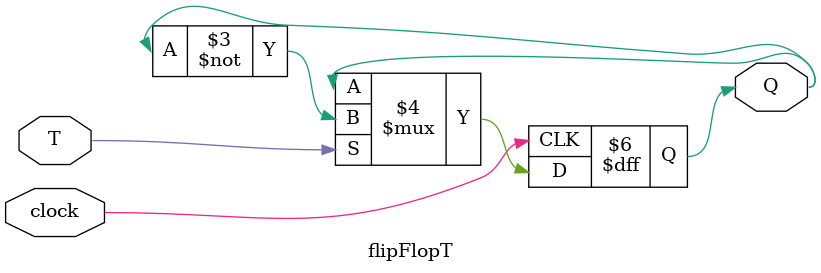
<source format=v>
module flipFlopT
	(output reg Q,
	input T, clock);
	
	always @(posedge clock) begin
		if (T == 1)
			Q <= ~Q;
	end
endmodule
</source>
